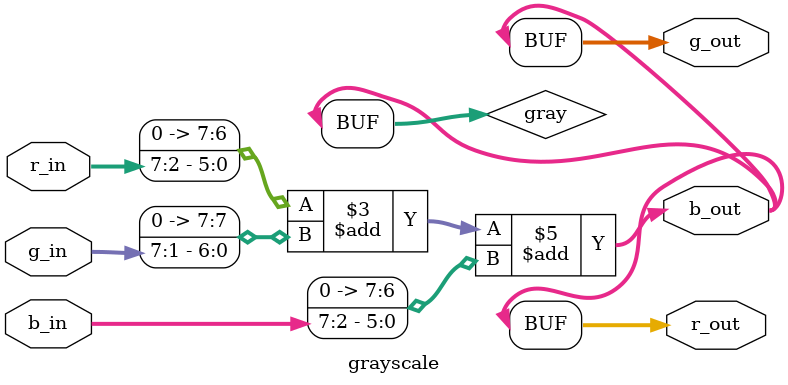
<source format=v>
module grayscale (
    input [7:0] r_in,
    input [7:0] g_in,
    input [7:0] b_in,
    output [7:0] r_out,
    output [7:0] g_out,
    output [7:0] b_out
);
    wire [7:0] gray;
    assign gray = (r_in >> 2) + (g_in >> 1) + (b_in >> 2);  // Approximation of 0.25R + 0.5G + 0.25B
    assign r_out = gray;
    assign g_out = gray;
    assign b_out = gray;
endmodule

</source>
